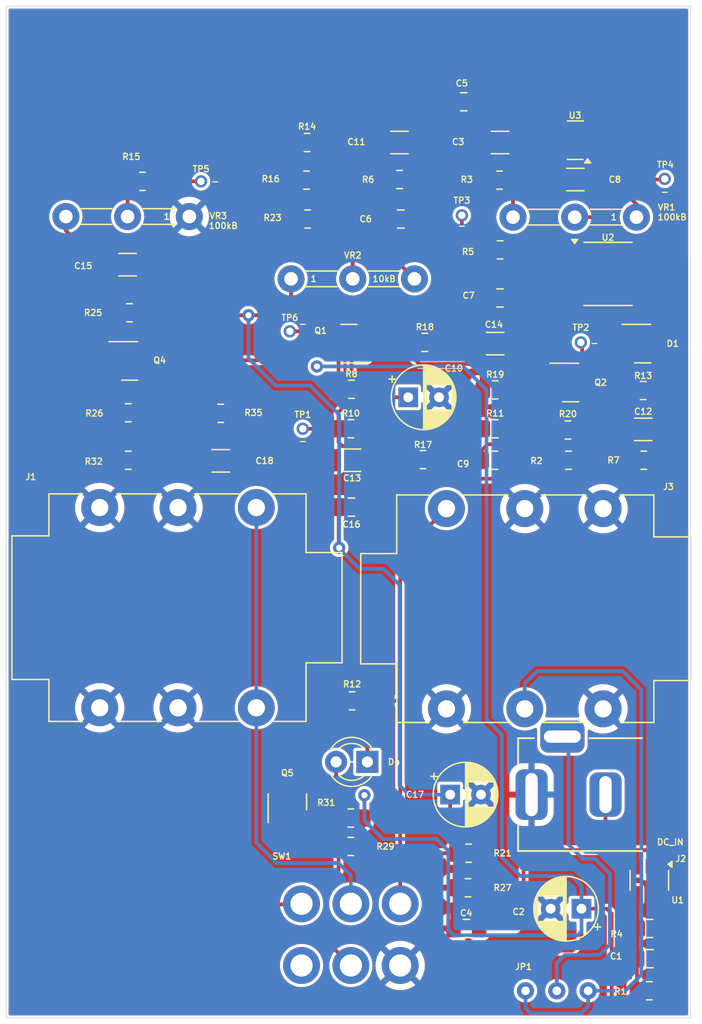
<source format=kicad_pcb>
(kicad_pcb (version 20240108) (generator "pcbnew") (generator_version "8.0")
  (layers (0 "F.Cu" signal) (31 "B.Cu" signal) (34 "B.Paste" user) (35 "F.Paste" user) (36 "B.SilkS" user "B.Silkscreen") (37 "F.SilkS" user "F.Silkscreen") (38 "B.Mask" user) (39 "F.Mask" user) (44 "Edge.Cuts" user))
  (net 0 "")
  (net 2 "Net-(U1-EN)")
  (net 3 "Net-(R15-Pad1)")
  (net 4 "Net-(VR2-Pad2)")
  (net 5 "Net-(C15-Pad2)")
  (net 6 "Net-(Q4-B)")
  (net 7 "Net-(C18-Pad1)")
  (net 8 "Net-(Q4-E)")
  (net 9 "Net-(U1-ADJ)")
  (net 10 "Net-(C10-Pad1)")
  (net 11 "Net-(Q1-B)")
  (net 12 "VCC")
  (net 13 "Net-(C13-Pad1)")
  (net 14 "VB")
  (net 15 "Net-(JP1-+)")
  (net 16 "Net-(JP1--)")
  (net 17 "BYPASS")
  (net 18 "Net-(SW1A-C)")
  (net 19 "Net-(SW1A-B)")
  (net 20 "Net-(D4-K)")
  (net 21 "Net-(D4-A)")
  (net 22 "Net-(Q5-B)")
  (net 23 "Net-(Q1-E)")
  (net 24 "GND")
  (net 25 "Net-(Q2-C)")
  (net 26 "Net-(Q2-E)")
  (net 27 "Net-(Q2-B)")
  (net 28 "Net-(C12-Pad2)")
  (net 29 "Net-(D1-K)")
  (net 30 "Net-(U2A--)")
  (net 31 "Net-(C7-Pad1)")
  (net 32 "Net-(U2A-+)")
  (net 33 "Net-(C3-Pad1)")
  (net 34 "Net-(R3-Pad2)")
  (net 35 "Net-(C8-Pad1)")
  (net 36 "Net-(C11-Pad2)")
  (net 37 "Net-(C6-Pad1)")
  (net 38 "Net-(C11-Pad1)")
  (net 39 "Net-(R16-Pad2)")
  (net 40 "Net-(R14-Pad1)")
  (footprint "Resistor_SMD:R_0805_2012Metric_Pad1.20x1.40mm_HandSolder" (layer "F.Cu") (at -0.05 24.8)
    (property "Reference" "R31")
    (property "Value" "3.3k")
  )
  (footprint "Connector_Audio:Jack_6.35mm_Neutrik_NMJ6HCD2_Horizontal" (layer "F.Cu") (at -7.715 15.865 180)
    (property "Reference" "J1")
    (property "Value" "OUTPUT")
  )
  (footprint "Capacitor_THT:CP_Radial_D5.0mm_P2.50mm" (layer "F.Cu") (at 8 22.9)
    (property "Reference" "C17")
    (property "Value" "100u")
  )
  (footprint "Connector_PinHeader_2.54mm:PinHeader_2x03_P2.54mm_Vertical" (layer "F.Cu") (at 3.95 31.75 -90)
    (property "Reference" "SW1")
    (property "Value" "SW2" (hide yes))
  )
  (footprint "myFoot:my_DC_Jack" (layer "F.Cu") (at 28.1 22.9 180)
    (property "Reference" "J2")
    (property "Value" "DC_IN")
  )
  (footprint "Resistor_SMD:R_0805_2012Metric_Pad1.20x1.40mm_HandSolder" (layer "F.Cu") (at 17.6 -4.2)
    (property "Reference" "R2")
    (property "Value" "10k")
  )
  (footprint "Capacitor_SMD:C_0805_2012Metric_Pad1.18x1.45mm_HandSolder" (layer "F.Cu") (at 9.1 -33.25)
    (property "Reference" "C5")
    (property "Value" "10n")
  )
  (footprint "Resistor_SMD:R_0805_2012Metric_Pad1.20x1.40mm_HandSolder" (layer "F.Cu") (at 5.8 -4.25)
    (property "Reference" "R17")
    (property "Value" "2.2M")
  )
  (footprint "myFoot:my_SmallestPad_0-6mmDrill" (layer "F.Cu") (at -3.95 -6.75)
    (property "Reference" "TP1")
    (property "Value" "-")
  )
  (footprint "Resistor_SMD:R_0805_2012Metric_Pad1.20x1.40mm_HandSolder" (layer "F.Cu") (at 24.2 33.75)
    (property "Reference" "R4")
    (property "Value" "38.3k")
  )
  (footprint "Capacitor_SMD:C_1206_3216Metric_Pad1.33x1.80mm_HandSolder" (layer "F.Cu") (at 0.05 -4.2)
    (property "Reference" "C13")
    (property "Value" "47n")
  )
  (footprint "Resistor_SMD:R_0805_2012Metric_Pad1.20x1.40mm_HandSolder" (layer "F.Cu") (at 12 -26.9)
    (property "Reference" "R3")
    (property "Value" "4.7k")
  )
  (footprint "Capacitor_THT:CP_Radial_D5.0mm_P2.50mm" (layer "F.Cu") (at 4.6 -9.3)
    (property "Reference" "C10")
    (property "Value" "4.7u")
  )
  (footprint "myFoot:SOT-23_mxr" (layer "F.Cu") (at 23.6125 -13.65)
    (property "Reference" "D1")
    (property "Value" "MMBD4148")
  )
  (footprint "Resistor_SMD:R_0805_2012Metric_Pad1.20x1.40mm_HandSolder" (layer "F.Cu") (at -0.05 27.1)
    (property "Reference" "R29")
    (property "Value" "1M")
  )
  (footprint "Capacitor_SMD:C_1206_3216Metric_Pad1.33x1.80mm_HandSolder" (layer "F.Cu") (at 18.15 -26.95)
    (property "Reference" "C8")
    (property "Value" "1u")
  )
  (footprint "Resistor_SMD:R_0805_2012Metric_Pad1.20x1.40mm_HandSolder" (layer "F.Cu") (at 12.05 -21.25)
    (property "Reference" "R5")
    (property "Value" "2.2k")
  )
  (footprint "Resistor_SMD:R_0805_2012Metric_Pad1.20x1.40mm_HandSolder" (layer "F.Cu") (at 5.95 -13.75)
    (property "Reference" "R18")
    (property "Value" "22k")
  )
  (footprint "myFoot:SOT-23_mxr" (layer "F.Cu") (at 17.7625 -10.5)
    (property "Reference" "Q2")
    (property "Value" "MMBT5089")
  )
  (footprint "Capacitor_SMD:C_1206_3216Metric_Pad1.33x1.80mm_HandSolder" (layer "F.Cu") (at -18.15 -20.05)
    (property "Reference" "C15")
    (property "Value" "47n")
  )
  (footprint "myFoot:my_pot_5mm" (layer "F.Cu") (at 0.1038 -18.9)
    (property "Reference" "VR2")
    (property "Value" "10kB")
  )
  (footprint "Resistor_SMD:R_0805_2012Metric_Pad1.20x1.40mm_HandSolder" (layer "F.Cu") (at -3.55 -23.75)
    (property "Reference" "R23")
    (property "Value" "6.8k")
  )
  (footprint "Capacitor_SMD:C_1206_3216Metric_Pad1.33x1.80mm_HandSolder" (layer "F.Cu") (at -10.6 -4.15)
    (property "Reference" "C18")
    (property "Value" "1u")
  )
  (footprint "Capacitor_SMD:C_0805_2012Metric_Pad1.18x1.45mm_HandSolder" (layer "F.Cu") (at 0 -0.4)
    (property "Reference" "C16")
    (property "Value" "100n")
  )
  (footprint "Capacitor_SMD:C_0805_2012Metric_Pad1.18x1.45mm_HandSolder" (layer "F.Cu") (at 9.3125 33.75)
    (property "Reference" "C4")
    (property "Value" "100n")
  )
  (footprint "Resistor_SMD:R_0805_2012Metric_Pad1.20x1.40mm_HandSolder" (layer "F.Cu") (at 11.65 -9.9)
    (property "Reference" "R19")
    (property "Value" "100k")
  )
  (footprint "Resistor_SMD:R_0805_2012Metric_Pad1.20x1.40mm_HandSolder" (layer "F.Cu") (at 9.5 27.65)
    (property "Reference" "R21")
    (property "Value" "10k")
  )
  (footprint "Resistor_SMD:R_0805_2012Metric_Pad1.20x1.40mm_HandSolder" (layer "F.Cu") (at -3.65 -26.9)
    (property "Reference" "R16")
    (property "Value" "0R")
  )
  (footprint "Resistor_SMD:R_0805_2012Metric_Pad1.20x1.40mm_HandSolder" (layer "F.Cu") (at 9.45 30.45)
    (property "Reference" "R27")
    (property "Value" "10k")
  )
  (footprint "Package_TO_SOT_SMD:SOT-143" (layer "F.Cu") (at 18.15 -30.1375 180)
    (property "Reference" "U3")
    (property "Value" "BAS28")
  )
  (footprint "Resistor_SMD:R_0805_2012Metric_Pad1.20x1.40mm_HandSolder" (layer "F.Cu") (at -0.05 -6.75)
    (property "Reference" "R10")
    (property "Value" "1.8M")
  )
  (footprint "Capacitor_SMD:C_0805_2012Metric_Pad1.18x1.45mm_HandSolder" (layer "F.Cu") (at 12.05 -17.35)
    (property "Reference" "C7")
    (property "Value" "270p")
  )
  (footprint "myFoot:SOT-23_mxr" (layer "F.Cu") (at -0.2125 -13.65 180)
    (property "Reference" "Q1")
    (property "Value" "MMBT3904")
  )
  (footprint "myFoot:my_conn" (layer "F.Cu") (at 16.65 38.8 -90)
    (property "Reference" "JP1")
    (property "Value" "Battery")
  )
  (footprint "Capacitor_THT:CP_Radial_D5.0mm_P2.50mm" (layer "F.Cu") (at 18.65 32.15 180)
    (property "Reference" "C2")
    (property "Value" "100u")
  )
  (footprint "myFoot:my_SmallestPad_0-6mmDrill" (layer "F.Cu") (at 18.6 -13.75)
    (property "Reference" "TP2")
    (property "Value" "-")
  )
  (footprint "myFoot:my_SmallestPad_0-6mmDrill" (layer "F.Cu") (at 8.95 -24.05)
    (property "Reference" "TP3")
    (property "Value" "-")
  )
  (footprint "LED_THT:LED_D3.0mm" (layer "F.Cu") (at 1.29 20.25 180)
    (property "Reference" "D4")
    (property "Value" "LED")
  )
  (footprint "Resistor_SMD:R_0805_2012Metric_Pad1.20x1.40mm_HandSolder" (layer "F.Cu") (at -3.6 -29.95)
    (property "Reference" "R14")
    (property "Value" "2.2k")
  )
  (footprint "myFoot:SOT-23_mxr" (layer "F.Cu") (at -5.2 23.4875 90)
    (property "Reference" "Q5")
    (property "Value" "MMBT5088")
  )
  (footprint "Capacitor_SMD:C_0805_2012Metric_Pad1.18x1.45mm_HandSolder" (layer "F.Cu") (at 24.2 36.2)
    (property "Reference" "C1")
    (property "Value" "15n")
  )
  (footprint "Resistor_SMD:R_0805_2012Metric_Pad1.20x1.40mm_HandSolder" (layer "F.Cu") (at -18.1 -8.05)
    (property "Reference" "R26")
    (property "Value" "10k")
  )
  (footprint "Resistor_SMD:R_0805_2012Metric_Pad1.20x1.40mm_HandSolder" (layer "F.Cu") (at 17.55 -6.65)
    (property "Reference" "R20")
    (property "Value" "22R")
  )
  (footprint "myFoot:my_pot_5mm" (layer "F.Cu") (at -18.1538 -23.95 180)
    (property "Reference" "VR3")
    (property "Value" "100kB")
  )
  (footprint "Resistor_SMD:R_0805_2012Metric_Pad1.20x1.40mm_HandSolder" (layer "F.Cu") (at 3.9 -26.95)
    (property "Reference" "R6")
    (property "Value" "6.8k")
  )
  (footprint "myFoot:my_SmallestPad_0-6mmDrill" (layer "F.Cu") (at 25.4 -27)
    (property "Reference" "TP4")
    (property "Value" "-")
  )
  (footprint "Connector_Audio:Jack_6.35mm_Neutrik_NMJ6HCD2_Horizontal" (layer "F.Cu") (at 7.7 -0.28)
    (property "Reference" "J3")
    (property "Value" "INPUT")
  )
  (footprint "Resistor_SMD:R_0805_2012Metric_Pad1.20x1.40mm_HandSolder" (layer "F.Cu") (at 0.05 15.3)
    (property "Reference" "R12")
    (property "Value" "10k")
  )
  (footprint "myFoot:my_pot_5mm" (layer "F.Cu") (at 18.1 -23.9 180)
    (property "Reference" "VR1")
    (property "Value" "100kB")
  )
  (footprint "Capacitor_SMD:C_1206_3216Metric_Pad1.33x1.80mm_HandSolder" (layer "F.Cu") (at 3.8875 -29.95)
    (property "Reference" "C11")
    (property "Value" "22n")
  )
  (footprint "Resistor_SMD:R_0805_2012Metric_Pad1.20x1.40mm_HandSolder" (layer "F.Cu") (at 24.15 38.8)
    (property "Reference" "R1")
    (property "Value" "240k")
  )
  (footprint "Capacitor_SMD:C_1206_3216Metric_Pad1.33x1.80mm_HandSolder" (layer "F.Cu") (at 12.05 -29.95)
    (property "Reference" "C3")
    (property "Value" "1u")
  )
  (footprint "Capacitor_SMD:C_0805_2012Metric_Pad1.18x1.45mm_HandSolder" (layer "F.Cu") (at 11.6 -4.2)
    (property "Reference" "C9")
    (property "Value" "270p")
  )
  (footprint "Resistor_SMD:R_0805_2012Metric_Pad1.20x1.40mm_HandSolder" (layer "F.Cu") (at -18 -16.15)
    (property "Reference" "R25")
    (property "Value" "1M")
  )
  (footprint "Resistor_SMD:R_0805_2012Metric_Pad1.20x1.40mm_HandSolder" (layer "F.Cu") (at 11.65 -6.75)
    (property "Reference" "R11")
    (property "Value" "470k")
  )
  (footprint "Resistor_SMD:R_0805_2012Metric_Pad1.20x1.40mm_HandSolder" (layer "F.Cu") (at 23.7 -4.2)
    (property "Reference" "R7")
    (property "Value" "100k")
  )
  (footprint "Capacitor_SMD:C_1206_3216Metric_Pad1.33x1.80mm_HandSolder" (layer "F.Cu") (at 11.65 -13.65)
    (property "Reference" "C14")
    (property "Value" "47n")
  )
  (footprint "Resistor_SMD:R_0805_2012Metric_Pad1.20x1.40mm_HandSolder" (layer "F.Cu") (at 0 -9.95)
    (property "Reference" "R8")
    (property "Value" "100k")
  )
  (footprint "myFoot:my_SmallestPad_0-6mmDrill" (layer "F.Cu") (at -5 -14.65)
    (property "Reference" "TP6")
    (property "Value" "-")
  )
  (footprint "myFoot:SOT-23_mxr" (layer "F.Cu") (at -17.9875 -12.25)
    (property "Reference" "Q4")
    (property "Value" "MMBT5089")
  )
  (footprint "Resistor_SMD:R_0805_2012Metric_Pad1.20x1.40mm_HandSolder" (layer "F.Cu") (at 23.65 -9.85)
    (property "Reference" "R13")
    (property "Value" "47k")
  )
  (footprint "Resistor_SMD:R_0805_2012Metric_Pad1.20x1.40mm_HandSolder" (layer "F.Cu") (at -16.95 -26.8)
    (property "Reference" "R15")
    (property "Value" "10k")
  )
  (footprint "Package_TO_SOT_SMD:SOT-23-5" (layer "F.Cu") (at 24.15 29.85 -90)
    (property "Reference" "U1")
    (property "Value" "SPX3819M5-L")
  )
  (footprint "Capacitor_SMD:C_1206_3216Metric_Pad1.33x1.80mm_HandSolder" (layer "F.Cu") (at 23.65 -6.7)
    (property "Reference" "C12")
    (property "Value" "47n")
  )
  (footprint "Resistor_SMD:R_0805_2012Metric_Pad1.20x1.40mm_HandSolder" (layer "F.Cu") (at -10.6 -8)
    (property "Reference" "R35")
    (property "Value" "100k")
  )
  (footprint "Capacitor_SMD:C_0805_2012Metric_Pad1.18x1.45mm_HandSolder" (layer "F.Cu") (at 4 -23.75)
    (property "Reference" "C6")
    (property "Value" "100n")
  )
  (footprint "Package_SO:SO-8_3.9x4.9mm_P1.27mm" (layer "F.Cu") (at 20.8 -19.3)
    (property "Reference" "U2")
    (property "Value" "TLC2262C")
  )
  (footprint "myFoot:my_SmallestPad_0-6mmDrill" (layer "F.Cu") (at -12.2 -26.8)
    (property "Reference" "TP5")
    (property "Value" "-")
  )
  (footprint "Resistor_SMD:R_0805_2012Metric_Pad1.20x1.40mm_HandSolder" (layer "F.Cu") (at -18.1 -4.2)
    (property "Reference" "R32")
    (property "Value" "1k")
  )
  (gr_rect (start -28 -41) (end 27.5 41) (stroke (width 0.05)) (fill none) (layer "Edge.Cuts"))
  (segment (start 21.15 27.4) (end 23.25 27.4) (width 0.3) (layer "F.Cu") (net 2))
  (segment (start 20.05 27.4) (end 20.6 26.85) (width 0.3) (layer "F.Cu") (net 2))
  (segment (start 20.6 26.85) (end 21.15 27.4) (width 0.3) (layer "F.Cu") (net 2))
  (segment (start 24.6 27.4) (end 25.1 27.9) (width 0.3) (layer "F.Cu") (net 2))
  (segment (start 13.95 33.1) (end 13.95 27.9) (width 0.3) (layer "F.Cu") (net 2))
  (segment (start 23.2 27.45) (end 23.25 27.4) (width 0.3) (layer "F.Cu") (net 2))
  (segment (start 23.2 28.7125) (end 23.2 27.45) (width 0.3) (layer "F.Cu") (net 2))
  (segment (start 23.25 27.4) (end 24.6 27.4) (width 0.3) (layer "F.Cu") (net 2))
  (segment (start 13.3 33.75) (end 13.95 33.1) (width 0.3) (layer "F.Cu") (net 2))
  (segment (start 20.6 22.9) (end 20.6 26.85) (width 0.3) (layer "F.Cu") (net 2))
  (segment (start 14.45 27.4) (end 20.05 27.4) (width 0.3) (layer "F.Cu") (net 2))
  (segment (start 13.95 27.9) (end 14.45 27.4) (width 0.3) (layer "F.Cu") (net 2))
  (segment (start 25.1 27.9) (end 25.1 28.7125) (width 0.3) (layer "F.Cu") (net 2))
  (segment (start 10.35 33.75) (end 13.3 33.75) (width 0.3) (layer "F.Cu") (net 2))
  (segment (start -18.1538 -26.5962) (end -17.95 -26.8) (width 0.3) (layer "F.Cu") (net 3))
  (segment (start -18.1538 -23.95) (end -18.1538 -26.5962) (width 0.3) (layer "F.Cu") (net 3))
  (segment (start 0.1038 -20.2462) (end -0.9 -21.25) (width 0.3) (layer "F.Cu") (net 4))
  (segment (start -10.6 -20.8) (end -10.6 -18.5) (width 0.3) (layer "F.Cu") (net 4))
  (segment (start -10.6 -18.5) (end -11.25 -17.85) (width 0.3) (layer "F.Cu") (net 4))
  (segment (start -17.35 -17.85) (end -18 -18.5) (width 0.3) (layer "F.Cu") (net 4))
  (segment (start -18 -21.35) (end -18.75 -22.1) (width 0.3) (layer "F.Cu") (net 4))
  (segment (start -0.9 -21.25) (end -10.15 -21.25) (width 0.3) (layer "F.Cu") (net 4))
  (segment (start 0.1038 -18.9) (end 0.1038 -20.2462) (width 0.3) (layer "F.Cu") (net 4))
  (segment (start -22.45 -22.1) (end -23.1576 -22.8076) (width 0.3) (layer "F.Cu") (net 4))
  (segment (start -10.15 -21.25) (end -10.6 -20.8) (width 0.3) (layer "F.Cu") (net 4))
  (segment (start -18 -18.5) (end -18 -21.35) (width 0.3) (layer "F.Cu") (net 4))
  (segment (start -18.75 -22.1) (end -22.45 -22.1) (width 0.3) (layer "F.Cu") (net 4))
  (segment (start -11.25 -17.85) (end -17.35 -17.85) (width 0.3) (layer "F.Cu") (net 4))
  (segment (start -23.1576 -22.8076) (end -23.1576 -23.95) (width 0.3) (layer "F.Cu") (net 4))
  (segment (start -15.95 -26.1) (end -16 -26.05) (width 0.3) (layer "F.Cu") (net 5))
  (segment (start -16.5875 -21.8125) (end -16.5875 -20.05) (width 0.3) (layer "F.Cu") (net 5))
  (segment (start -15.95 -26.8) (end -12.2 -26.8) (width 0.3) (layer "F.Cu") (net 5))
  (segment (start -15.95 -26.8) (end -15.95 -26.1) (width 0.3) (layer "F.Cu") (net 5))
  (segment (start -16 -22.4) (end -16.5875 -21.8125) (width 0.3) (layer "F.Cu") (net 5))
  (segment (start -16 -26.05) (end -16 -22.4) (width 0.3) (layer "F.Cu") (net 5))
  (segment (start -19 -17.6) (end -19 -16.15) (width 0.3) (layer "F.Cu") (net 6))
  (segment (start -19.125 -15.075) (end -19.125 -13.2) (width 0.3) (layer "F.Cu") (net 6))
  (segment (start -19.05 -15.15) (end -19.125 -15.075) (width 0.3) (layer "F.Cu") (net 6))
  (segment (start -19 -16.15) (end -19 -15.45) (width 0.3) (layer "F.Cu") (net 6))
  (segment (start -19.7125 -18.3125) (end -19 -17.6) (width 0.3) (layer "F.Cu") (net 6))
  (segment (start -19 -15.45) (end -19.05 -15.4) (width 0.3) (layer "F.Cu") (net 6))
  (segment (start -19.05 -15.4) (end -19.05 -15.15) (width 0.3) (layer "F.Cu") (net 6))
  (segment (start -19.7125 -20.05) (end -19.7125 -18.3125) (width 0.3) (layer "F.Cu") (net 6))
  (segment (start -17.1 -4.2) (end -12.2125 -4.2) (width 0.3) (layer "F.Cu") (net 7))
  (segment (start -12.2125 -4.2) (end -12.1625 -4.15) (width 0.3) (layer "F.Cu") (net 7))
  (segment (start -19.1 -8.05) (end -19.1 -4.2) (width 0.3) (layer "F.Cu") (net 8))
  (segment (start -19.125 -11.3) (end -19.125 -8.075) (width 0.3) (layer "F.Cu") (net 8))
  (segment (start -19.125 -8.075) (end -19.1 -8.05) (width 0.3) (layer "F.Cu") (net 8))
  (segment (start 23.15 36.2125) (end 23.1625 36.2) (width 0.3) (layer "F.Cu") (net 9))
  (segment (start 23.2 33.75) (end 23.2 36.1625) (width 0.3) (layer "F.Cu") (net 9))
  (segment (start 23.2 30.9875) (end 23.2 33.75) (width 0.3) (layer "F.Cu") (net 9))
  (segment (start 23.2 36.1625) (end 23.1625 36.2) (width 0.3) (layer "F.Cu") (net 9))
  (segment (start 23.15 38.8) (end 23.15 36.2125) (width 0.3) (layer "F.Cu") (net 9))
  (segment (start 1 -9.95) (end 2.4 -9.95) (width 0.3) (layer "F.Cu") (net 10))
  (segment (start 0.95 -9.9) (end 1 -9.95) (width 0.3) (layer "F.Cu") (net 10))
  (segment (start 0.95 -6.75) (end 0.95 -9.9) (width 0.3) (layer "F.Cu") (net 10))
  (segment (start 2.4 -9.95) (end 3.05 -9.3) (width 0.3) (layer "F.Cu") (net 10))
  (segment (start 3.05 -9.3) (end 4.6 -9.3) (width 0.3) (layer "F.Cu") (net 10))
  (segment (start 1.35 -5.35) (end 1.6125 -5.0875) (width 0.3) (layer "F.Cu") (net 11))
  (segment (start 1.6625 -4.25) (end 1.6125 -4.2) (width 0.3) (layer "F.Cu") (net 11))
  (segment (start -3.95 -6.75) (end -1.05 -6.75) (width 0.3) (layer "F.Cu") (net 11))
  (segment (start 0.925 -12.7) (end 0.45 -12.7) (width 0.3) (layer "F.Cu") (net 11))
  (segment (start 0 -12.25) (end 0 -9.15) (width 0.3) (layer "F.Cu") (net 11))
  (segment (start -1.05 -6.75) (end -1.05 -5.65) (width 0.3) (layer "F.Cu") (net 11))
  (segment (start -1.05 -5.65) (end -0.75 -5.35) (width 0.3) (layer "F.Cu") (net 11))
  (segment (start -0.75 -5.35) (end 1.35 -5.35) (width 0.3) (layer "F.Cu") (net 11))
  (segment (start -1.05 -8.1) (end -1.05 -6.75) (width 0.3) (layer "F.Cu") (net 11))
  (segment (start 4.8 -4.25) (end 1.6625 -4.25) (width 0.3) (layer "F.Cu") (net 11))
  (segment (start 0 -9.15) (end -1.05 -8.1) (width 0.3) (layer "F.Cu") (net 11))
  (segment (start 0.45 -12.7) (end 0 -12.25) (width 0.3) (layer "F.Cu") (net 11))
  (segment (start 1.6125 -5.0875) (end 1.6125 -4.2) (width 0.3) (layer "F.Cu") (net 11))
  (segment (start 25.75 2.05) (end 26.6 2.9) (width 0.3) (layer "F.Cu") (net 12))
  (segment (start 1.05 22.95) (end 1.05 24.7) (width 0.3) (layer "F.Cu") (net 12))
  (segment (start 25.9 31.15) (end 25.7375 30.9875) (width 0.3) (layer "F.Cu") (net 12))
  (segment (start -1.05 -13.15) (end -1.05 -11.8) (width 0.3) (layer "F.Cu") (net 12))
  (segment (start 26.4 36.2) (end 26.6 36) (width 0.3) (layer "F.Cu") (net 12))
  (segment (start -16.15 -12.3) (end -16.2 -12.25) (width 0.3) (layer "F.Cu") (net 12))
  (segment (start 6.4 34.8) (end 7.15 35.55) (width 0.3) (layer "F.Cu") (net 12))
  (segment (start 25.2375 36.2) (end 26.4 36.2) (width 0.3) (layer "F.Cu") (net 12))
  (segment (start 26.9 -20.2) (end 25.895 -21.205) (width 0.3) (layer "F.Cu") (net 12))
  (segment (start 26.6 36) (end 26.6 31.85) (width 0.3) (layer "F.Cu") (net 12))
  (segment (start 25.7375 30.9875) (end 25.1 30.9875) (width 0.3) (layer "F.Cu") (net 12))
  (segment (start 18.55 2.05) (end 25.75 2.05) (width 0.3) (layer "F.Cu") (net 12))
  (segment (start -1.05 -11.8) (end -2.8 -11.8) (width 0.3) (layer "F.Cu") (net 12))
  (segment (start -4.75 -12.3) (end -16.15 -12.3) (width 0.3) (layer "F.Cu") (net 12))
  (segment (start 7.05 27.65) (end 6.4 28.3) (width 0.3) (layer "F.Cu") (net 12))
  (segment (start 17.9 35.55) (end 18.65 34.8) (width 0.3) (layer "F.Cu") (net 12))
  (segment (start -1.15 -13.65) (end -1.15 -13.25) (width 0.3) (layer "F.Cu") (net 12))
  (segment (start -16.2 -12.25) (end -17.05 -12.25) (width 0.3) (layer "F.Cu") (net 12))
  (segment (start -1.15 -13.65) (end -3.4 -13.65) (width 0.3) (layer "F.Cu") (net 12))
  (segment (start 7.15 35.55) (end 17.9 35.55) (width 0.3) (layer "F.Cu") (net 12))
  (segment (start 1.05 24.7) (end 0.95 24.8) (width 0.3) (layer "F.Cu") (net 12))
  (segment (start -1.05 -11.8) (end -1.05 -10.75) (width 0.3) (layer "F.Cu") (net 12))
  (segment (start -3.4 -13.65) (end -4.75 -12.3) (width 0.3) (layer "F.Cu") (net 12))
  (segment (start 8.5 27.65) (end 7.05 27.65) (width 0.3) (layer "F.Cu") (net 12))
  (segment (start 26.6 2.9) (end 26.6 30.45) (width 0.3) (layer "F.Cu") (net 12))
  (segment (start 17.7 -2) (end 17.7 1.2) (width 0.3) (layer "F.Cu") (net 12))
  (segment (start 0.95 27.1) (end 0.95 24.8) (width 0.3) (layer "F.Cu") (net 12))
  (segment (start 17.7 1.2) (end 18.55 2.05) (width 0.3) (layer "F.Cu") (net 12))
  (segment (start 18.65 34.8) (end 18.65 32.15) (width 0.3) (layer "F.Cu") (net 12))
  (segment (start 6.4 28.3) (end 6.4 34.8) (width 0.3) (layer "F.Cu") (net 12))
  (segment (start -1.15 -13.25) (end -1.05 -13.15) (width 0.3) (layer "F.Cu") (net 12))
  (segment (start 26.6 31.85) (end 25.9 31.15) (width 0.3) (layer "F.Cu") (net 12))
  (segment (start 18.6 -2.9) (end 17.7 -2) (width 0.3) (layer "F.Cu") (net 12))
  (segment (start 25.895 -21.205) (end 23.375 -21.205) (width 0.3) (layer "F.Cu") (net 12))
  (segment (start 25.75 2.05) (end 26.9 0.9) (width 0.3) (layer "F.Cu") (net 12))
  (segment (start 25.15 39.65) (end 24.8 40) (width 0.3) (layer "F.Cu") (net 12))
  (segment (start 20.7 32.15) (end 18.65 32.15) (width 0.3) (layer "F.Cu") (net 12))
  (segment (start 21.1 39.45) (end 21.1 32.55) (width 0.3) (layer "F.Cu") (net 12))
  (segment (start 25.2375 36.2) (end 25.2375 38.7125) (width 0.3) (layer "F.Cu") (net 12))
  (segment (start 26.6 30.45) (end 25.9 31.15) (width 0.3) (layer "F.Cu") (net 12))
  (segment (start -1.05 -10.75) (end -1 -10.7) (width 0.3) (layer "F.Cu") (net 12))
  (segment (start 24.8 40) (end 21.65 40) (width 0.3) (layer "F.Cu") (net 12))
  (segment (start 21.1 32.55) (end 20.7 32.15) (width 0.3) (layer "F.Cu") (net 12))
  (segment (start -1 -10.7) (end -1 -9.95) (width 0.3) (layer "F.Cu") (net 12))
  (segment (start 25.15 38.8) (end 25.15 39.65) (width 0.3) (layer "F.Cu") (net 12))
  (segment (start 18.6 -4.2) (end 18.6 -2.9) (width 0.3) (layer "F.Cu") (net 12))
  (segment (start 26.9 0.9) (end 26.9 -20.2) (width 0.3) (layer "F.Cu") (net 12))
  (segment (start 21.65 40) (end 21.1 39.45) (width 0.3) (layer "F.Cu") (net 12))
  (segment (start 25.2375 38.7125) (end 25.15 38.8) (width 0.3) (layer "F.Cu") (net 12))
  (via (at -2.8 -11.8) (size 1) (drill 0.5) (layers "F.Cu" "B.Cu") (net 12))
  (via (at 1.05 22.95) (size 1) (drill 0.5) (layers "F.Cu" "B.Cu") (net 12))
  (segment (start 13.7 29.5) (end 17.85 29.5) (width 0.3) (layer "B.Cu") (net 12))
  (segment (start 2.55 26.5) (end 1.5 25.45) (width 0.3) (layer "B.Cu") (net 12))
  (segment (start 18.65 32.15) (end 18.65 34) (width 0.3) (layer "B.Cu") (net 12))
  (segment (start 8.3 34.3) (end 7.85 33.85) (width 0.3) (layer "B.Cu") (net 12))
  (segment (start 6.9 26.5) (end 3.55 26.5) (width 0.3) (layer "B.Cu") (net 12))
  (segment (start 7.15 26.75) (end 6.9 26.5) (width 0.3) (layer "B.Cu") (net 12))
  (segment (start 1.05 25) (end 1.05 22.95) (width 0.3) (layer "B.Cu") (net 12))
  (segment (start 10.95 16.8) (end 12.2 18.05) (width 0.3) (layer "B.Cu") (net 12))
  (segment (start 12.2 18.05) (end 12.2 28) (width 0.3) (layer "B.Cu") (net 12))
  (segment (start 9.05 -11.8) (end 10.95 -9.9) (width 0.3) (layer "B.Cu") (net 12))
  (segment (start 18.35 34.3) (end 8.3 34.3) (width 0.3) (layer "B.Cu") (net 12))
  (segment (start 12.2 28) (end 13.7 29.5) (width 0.3) (layer "B.Cu") (net 12))
  (segment (start -2.8 -11.8) (end 9.05 -11.8) (width 0.3) (layer "B.Cu") (net 12))
  (segment (start 7.85 33.85) (end 7.85 27.45) (width 0.3) (layer "B.Cu") (net 12))
  (segment (start 1.5 25.45) (end 1.05 25) (width 0.3) (layer "B.Cu") (net 12))
  (segment (start 10.95 -9.9) (end 10.95 16.8) (width 0.3) (layer "B.Cu") (net 12))
  (segment (start 18.65 34) (end 18.35 34.3) (width 0.3) (layer "B.Cu") (net 12))
  (segment (start 3.55 26.5) (end 2.55 26.5) (width 0.3) (layer "B.Cu") (net 12))
  (segment (start 17.85 29.5) (end 18.65 30.3) (width 0.3) (layer "B.Cu") (net 12))
  (segment (start 18.65 30.3) (end 18.65 32.15) (width 0.3) (layer "B.Cu") (net 12))
  (segment (start 7.85 27.45) (end 7.15 26.75) (width 0.3) (layer "B.Cu") (net 12))
  (segment (start -1.5125 -4.2) (end -3.2 -4.2) (width 0.3) (layer "F.Cu") (net 13))
  (segment (start -3.8 -3.6) (end -3.8 12.1) (width 0.3) (layer "F.Cu") (net 13))
  (segment (start -3 12.9) (end -1.45 12.9) (width 0.3) (layer "F.Cu") (net 13))
  (segment (start -1.45 12.9) (end -0.95 13.4) (width 0.3) (layer "F.Cu") (net 13))
  (segment (start -0.95 13.4) (end -0.95 15.3) (width 0.3) (layer "F.Cu") (net 13))
  (segment (start -3.2 -4.2) (end -3.8 -3.6) (width 0.3) (layer "F.Cu") (net 13))
  (segment (start -3.8 12.1) (end -3 12.9) (width 0.3) (layer "F.Cu") (net 13))
  (segment (start -1 2.9) (end -1.0375 2.8625) (width 0.3) (layer "F.Cu") (net 14))
  (segment (start -1.0375 2.8625) (end -1.0375 -0.4) (width 0.3) (layer "F.Cu") (net 14))
  (segment (start 22.35 -8.05) (end 21.4 -8.05) (width 0.3) (layer "F.Cu") (net 14))
  (segment (start 8 24.95) (end 8 22.9) (width 0.3) (layer "F.Cu") (net 14))
  (segment (start 20.95 -8.5) (end 20.95 -9.5) (width 0.3) (layer "F.Cu") (net 14))
  (segment (start -15.25 -15.95) (end -8.35 -15.95) (width 0.3) (layer "F.Cu") (net 14))
  (segment (start 2.25 -15.8) (end 2.1 -15.95) (width 0.3) (layer "F.Cu") (net 14))
  (segment (start 9.85 25.4) (end 8.45 25.4) (width 0.3) (layer "F.Cu") (net 14))
  (segment (start 20.95 -9.5) (end 20.95 -11.3) (width 0.3) (layer "F.Cu") (net 14))
  (segment (start 21.2 -8.25) (end 20.95 -8.5) (width 0.3) (layer "F.Cu") (net 14))
  (segment (start 20 -14.65) (end 19.4 -15.25) (width 0.3) (layer "F.Cu") (net 14))
  (segment (start 2.1 -15.95) (end 0.85 -15.95) (width 0.3) (layer "F.Cu") (net 14))
  (segment (start 9.25 -15.6) (end 2.45 -15.6) (width 0.3) (layer "F.Cu") (net 14))
  (segment (start 20 -12.25) (end 20 -14) (width 0.3) (layer "F.Cu") (net 14))
  (segment (start 19.4 -15.25) (end 19.05 -15.6) (width 0.3) (layer "F.Cu") (net 14))
  (segment (start 20.95 -11.3) (end 20.35 -11.9) (width 0.3) (layer "F.Cu") (net 14))
  (segment (start 19.05 -15.6) (end 16.7 -15.6) (width 0.3) (layer "F.Cu") (net 14))
  (segment (start -15.45 -16.15) (end -15.25 -15.95) (width 0.3) (layer "F.Cu") (net 14))
  (segment (start 16.7 -15.6) (end 9.25 -15.6) (width 0.3) (layer "F.Cu") (net 14))
  (segment (start 23.35 -5.4) (end 23.35 -7.1) (width 0.3) (layer "F.Cu") (net 14))
  (segment (start 20 -14) (end 20 -14.65) (width 0.3) (layer "F.Cu") (net 14))
  (segment (start 0.85 -15.95) (end -7.1 -15.95) (width 0.3) (layer "F.Cu") (net 14))
  (segment (start 22.7 -4.2) (end 22.7 -4.75) (width 0.3) (layer "F.Cu") (net 14))
  (segment (start 23.35 -7.85) (end 23.2 -8) (width 0.3) (layer "F.Cu") (net 14))
  (segment (start 20.35 -11.9) (end 20 -12.25) (width 0.3) (layer "F.Cu") (net 14))
  (segment (start 23.2 -8) (end 23.15 -8.05) (width 0.3) (layer "F.Cu") (net 14))
  (segment (start 21.4 -8.05) (end 21.2 -8.25) (width 0.3) (layer "F.Cu") (net 14))
  (segment (start 23.15 -5.2) (end 23.35 -5.4) (width 0.3) (layer "F.Cu") (net 14))
  (segment (start 10.5 30.4) (end 10.45 30.45) (width 0.3) (layer "F.Cu") (net 14))
  (segment (start 2.45 -15.6) (end 2.25 -15.8) (width 0.3) (layer "F.Cu") (net 14))
  (segment (start 8.45 25.4) (end 8 24.95) (width 0.3) (layer "F.Cu") (net 14))
  (segment (start 23.15 -8.05) (end 22.35 -8.05) (width 0.3) (layer "F.Cu") (net 14))
  (segment (start 23.35 -7.1) (end 23.35 -7.85) (width 0.3) (layer "F.Cu") (net 14))
  (segment (start 22.7 -4.75) (end 23.15 -5.2) (width 0.3) (layer "F.Cu") (net 14))
  (segment (start 10.5 26.05) (end 9.85 25.4) (width 0.3) (layer "F.Cu") (net 14))
  (segment (start 10.5 27.65) (end 10.5 26.05) (width 0.3) (layer "F.Cu") (net 14))
  (segment (start 10.5 27.65) (end 10.5 30.4) (width 0.3) (layer "F.Cu") (net 14))
  (segment (start -7.1 -15.95) (end -8.35 -15.95) (width 0.3) (layer "F.Cu") (net 14))
  (segment (start -17 -16.15) (end -15.45 -16.15) (width 0.3) (layer "F.Cu") (net 14))
  (via (at -8.35 -15.95) (size 1) (drill 0.5) (layers "F.Cu" "B.Cu") (net 14))
  (via (at -1 2.9) (size 1) (drill 0.5) (layers "F.Cu" "B.Cu") (net 14))
  (segment (start 8 22.9) (end 4.65 22.9) (width 0.3) (layer "B.Cu") (net 14))
  (segment (start -3.35 -10.25) (end -2.75 -9.65) (width 0.3) (layer "B.Cu") (net 14))
  (segment (start -6.15 -10.25) (end -4.7 -10.25) (width 0.3) (layer "B.Cu") (net 14))
  (segment (start -1 -7.9) (end -1 -4.45) (width 0.3) (layer "B.Cu") (net 14))
  (segment (start -8.35 -15.95) (end -8.35 -12.45) (width 0.3) (layer "B.Cu") (net 14))
  (segment (start -1 -4.45) (end -1 2.9) (width 0.3) (layer "B.Cu") (net 14))
  (segment (start 3.9 22.15) (end 3.9 5.9) (width 0.3) (layer "B.Cu") (net 14))
  (segment (start -2.75 -9.65) (end -1 -7.9) (width 0.3) (layer "B.Cu") (net 14))
  (segment (start -1 2.95) (end -1 2.9) (width 0.3) (layer "B.Cu") (net 14))
  (segment (start -4.7 -10.25) (end -3.35 -10.25) (width 0.3) (layer "B.Cu") (net 14))
  (segment (start 4.65 22.9) (end 3.9 22.15) (width 0.3) (layer "B.Cu") (net 14))
  (segment (start -6.65 -10.75) (end -6.15 -10.25) (width 0.3) (layer "B.Cu") (net 14))
  (segment (start 3.9 5.9) (end 2.6 4.6) (width 0.3) (layer "B.Cu") (net 14))
  (segment (start 2.6 4.6) (end 0.65 4.6) (width 0.3) (layer "B.Cu") (net 14))
  (segment (start -8.35 -12.45) (end -6.65 -10.75) (width 0.3) (layer "B.Cu") (net 14))
  (segment (start 0.65 4.6) (end -1 2.95) (width 0.3) (layer "B.Cu") (net 14))
  (segment (start 20.1 35.9) (end 17.3 35.9) (width 0.3) (layer "B.Cu") (net 15))
  (segment (start 17.6 18.7) (end 17.6 26.95) (width 0.3) (layer "B.Cu") (net 15))
  (segment (start 17.3 35.9) (end 16.65 36.55) (width 0.3) (layer "B.Cu") (net 15))
  (segment (start 20.95 29.3) (end 20.95 35.05) (width 0.3) (layer "B.Cu") (net 15))
  (segment (start 20.95 35.05) (end 20.1 35.9) (width 0.3) (layer "B.Cu") (net 15))
  (segment (start 17.6 26.95) (end 18.75 28.1) (width 0.3) (layer "B.Cu") (net 15))
  (segment (start 16.65 36.55) (end 16.65 38.8) (width 0.3) (layer "B.Cu") (net 15))
  (segment (start 19.75 28.1) (end 20.95 29.3) (width 0.3) (layer "B.Cu") (net 15))
  (segment (start 17.1 18.2) (end 17.6 18.7) (width 0.3) (layer "B.Cu") (net 15))
  (segment (start 18.75 28.1) (end 19.75 28.1) (width 0.3) (layer "B.Cu") (net 15))
  (segment (start 22.2 38.8) (end 23.5 37.5) (width 0.3) (layer "B.Cu") (net 16))
  (segment (start 18.65 40.6) (end 19.19 40.06) (width 0.3) (layer "B.Cu") (net 16))
  (segment (start 19.19 38.8) (end 22.2 38.8) (width 0.3) (layer "B.Cu") (net 16))
  (segment (start 14.11 40.21) (end 14.5 40.6) (width 0.3) (layer "B.Cu") (net 16))
  (segment (start 19.19 40.06) (end 19.19 38.8) (width 0.3) (layer "B.Cu") (net 16))
  (segment (start 14.5 40.6) (end 18.65 40.6) (width 0.3) (layer "B.Cu") (net 16))
  (segment (start 23.5 37.5) (end 23.5 14.4) (width 0.3) (layer "B.Cu") (net 16))
  (segment (start 22 12.9) (end 15.05 12.9) (width 0.3) (layer "B.Cu") (net 16))
  (segment (start 14.11 38.8) (end 14.11 40.21) (width 0.3) (layer "B.Cu") (net 16))
  (segment (start 14.05 15.95) (end 14.05 13.9) (width 0.3) (layer "B.Cu") (net 16))
  (segment (start 14.05 13.9) (end 15.05 12.9) (width 0.3) (layer "B.Cu") (net 16))
  (segment (start 23.5 14.4) (end 22 12.9) (width 0.3) (layer "B.Cu") (net 16))
  (segment (start 7.7 -0.28) (end 3.95 3.47) (width 0.3) (layer "F.Cu") (net 17))
  (segment (start 3.9 15.3) (end 3.95 15.25) (width 0.3) (layer "F.Cu") (net 17))
  (segment (start 3.95 3.47) (end 3.95 15.25) (width 0.3) (layer "F.Cu") (net 17))
  (segment (start 3.95 15.25) (end 3.95 31.75) (width 0.3) (layer "F.Cu") (net 17))
  (segment (start 1.05 15.3) (end 3.9 15.3) (width 0.3) (layer "F.Cu") (net 17))
  (segment (start -9.0375 -4.15) (end -9.0375 -2.8625) (width 0.3) (layer "F.Cu") (net 18))
  (segment (start -9.0375 -2.8625) (end -10.7 -1.2) (width 0.3) (layer "F.Cu") (net 18))
  (segment (start -9.6 -8) (end -9.6 -6.5) (width 0.3) (layer "F.Cu") (net 18))
  (segment (start -10.7 -1.2) (end -10.7 29.35) (width 0.3) (layer "F.Cu") (net 18))
  (segment (start -9.6 -6.5) (end -9.0375 -5.9375) (width 0.3) (layer "F.Cu") (net 18))
  (segment (start -10.7 29.35) (end -8.25 31.8) (width 0.3) (layer "F.Cu") (net 18))
  (segment (start -4.1 31.8) (end -4.05 31.75) (width 0.3) (layer "F.Cu") (net 18))
  (segment (start -9.0375 -5.9375) (end -9.0375 -4.15) (width 0.3) (layer "F.Cu") (net 18))
  (segment (start -8.25 31.8) (end -4.1 31.8) (width 0.3) (layer "F.Cu") (net 18))
  (segment (start -6.05 28.45) (end -7.715 26.785) (width 0.3) (layer "B.Cu") (net 19))
  (segment (start -0.05 29.45) (end -1.05 28.45) (width 0.3) (layer "B.Cu") (net 19))
  (segment (start -1.05 28.45) (end -6.05 28.45) (width 0.3) (layer "B.Cu") (net 19))
  (segment (start -7.715 26.785) (end -7.715 15.865) (width 0.3) (layer "B.Cu") (net 19))
  (segment (start -0.05 31.75) (end -0.05 29.45) (width 0.3) (layer "B.Cu") (net 19))
  (segment (start -7.715 -0.365) (end -7.715 15.865) (width 0.3) (layer "B.Cu") (net 19))
  (segment (start 1.29 18.89) (end 1.29 20.25) (width 0.3) (layer "F.Cu") (net 20))
  (segment (start -4.4 18.25) (end 0.65 18.25) (width 0.3) (layer "F.Cu") (net 20))
  (segment (start -5.2 19.05) (end -4.4 18.25) (width 0.3) (layer "F.Cu") (net 20))
  (segment (start 0.65 18.25) (end 1.29 18.89) (width 0.3) (layer "F.Cu") (net 20))
  (segment (start -5.2 22.55) (end -5.2 19.05) (width 0.3) (layer "F.Cu") (net 20))
  (segment (start -1.25 24.6) (end -1.05 24.8) (width 0.3) (layer "F.Cu") (net 21))
  (segment (start -1.25 20.25) (end -1.25 24.6) (width 0.3) (layer "F.Cu") (net 21))
  (segment (start -2.05 34.75) (end -0.05 36.75) (width 0.3) (layer "F.Cu") (net 22))
  (segment (start -1.05 29.1) (end -2.05 30.1) (width 0.3) (layer "F.Cu") (net 22))
  (segment (start -5.35 27.1) (end -1.05 27.1) (width 0.3) (layer "F.Cu") (net 22))
  (segment (start -6.15 24.625) (end -6.15 26.3) (width 0.3) (layer "F.Cu") (net 22))
  (segment (start -2.05 30.1) (end -2.05 34.75) (width 0.3) (layer "F.Cu") (net 22))
  (segment (start -6.15 26.3) (end -5.35 27.1) (width 0.3) (layer "F.Cu") (net 22))
  (segment (start -1.05 27.1) (end -1.05 29.1) (width 0.3) (layer "F.Cu") (net 22))
  (segment (start 10.0875 -12.5375) (end 10.0875 -13.65) (width 0.3) (layer "F.Cu") (net 23))
  (segment (start -5 -14.65) (end 0.875 -14.65) (width 0.3) (layer "F.Cu") (net 23))
  (segment (start 2.85 -14.6) (end 3.7 -13.75) (width 0.3) (layer "F.Cu") (net 23))
  (segment (start 5.5 -12) (end 9.55 -12) (width 0.3) (layer "F.Cu") (net 23))
  (segment (start 4.95 -13.75) (end 4.95 -12.55) (width 0.3) (layer "F.Cu") (net 23))
  (segment (start 0.925 -14.6) (end 2.85 -14.6) (width 0.3) (layer "F.Cu") (net 23))
  (segment (start 4.95 -12.55) (end 5.5 -12) (width 0.3) (layer "F.Cu") (net 23))
  (segment (start 3.7 -13.75) (end 4.95 -13.75) (width 0.3) (layer "F.Cu") (net 23))
  (segment (start 9.55 -12) (end 10.0875 -12.5375) (width 0.3) (layer "F.Cu") (net 23))
  (segment (start 0.875 -14.65) (end 0.925 -14.6) (width 0.3) (layer "F.Cu") (net 23))
  (segment (start 18.7 -10.5) (end 18.7 -13.65) (width 0.3) (layer "F.Cu") (net 25))
  (segment (start 20.45 -6.3) (end 20.85 -6.7) (width 0.3) (layer "F.Cu") (net 25))
  (segment (start 9.4 -2.7) (end 12.45 -2.7) (width 0.3) (layer "F.Cu") (net 25))
  (segment (start 20.45 -5.65) (end 20.45 -6.3) (width 0.3) (layer "F.Cu") (net 25))
  (segment (start 16.6 -5) (end 16.9 -5.3) (width 0.3) (layer "F.Cu") (net 25))
  (segment (start 12.45 -2.7) (end 12.6375 -2.8875) (width 0.3) (layer "F.Cu") (net 25))
  (segment (start 12.6375 -2.8875) (end 12.6375 -4.2) (width 0.3) (layer "F.Cu") (net 25))
  (segment (start 20.4 -10.2) (end 20.4 -7.15) (width 0.3) (layer "F.Cu") (net 25))
  (segment (start 18.7 -13.65) (end 18.6 -13.75) (width 0.3) (layer "F.Cu") (net 25))
  (segment (start 20.85 -6.7) (end 22.0875 -6.7) (width 0.3) (layer "F.Cu") (net 25))
  (segment (start 12.6375 -4.2) (end 16.6 -4.2) (width 0.3) (layer "F.Cu") (net 25))
  (segment (start 18.7 -10.5) (end 20.1 -10.5) (width 0.3) (layer "F.Cu") (net 25))
  (segment (start 10.65 -6.75) (end 9.3 -6.75) (width 0.3) (layer "F.Cu") (net 25))
  (segment (start 20.1 -10.5) (end 20.4 -10.2) (width 0.3) (layer "F.Cu") (net 25))
  (segment (start 8.95 -3.15) (end 9.4 -2.7) (width 0.3) (layer "F.Cu") (net 25))
  (segment (start 20.4 -7.15) (end 20.85 -6.7) (width 0.3) (layer "F.Cu") (net 25))
  (segment (start 16.6 -4.2) (end 16.6 -5) (width 0.3) (layer "F.Cu") (net 25))
  (segment (start 8.95 -6.4) (end 8.95 -3.15) (width 0.3) (layer "F.Cu") (net 25))
  (segment (start 9.3 -6.75) (end 8.95 -6.4) (width 0.3) (layer "F.Cu") (net 25))
  (segment (start 16.9 -5.3) (end 20.1 -5.3) (width 0.3) (layer "F.Cu") (net 25))
  (segment (start 20.1 -5.3) (end 20.45 -5.65) (width 0.3) (layer "F.Cu") (net 25))
  (segment (start 16.625 -6.725) (end 16.55 -6.65) (width 0.3) (layer "F.Cu") (net 26))
  (segment (start 16.625 -9.55) (end 16.625 -6.725) (width 0.3) (layer "F.Cu") (net 26))
  (segment (start 15.4 -11.45) (end 15.5 -11.45) (width 0.3) (layer "F.Cu") (net 27))
  (segment (start 15.5 -11.45) (end 16.625 -11.45) (width 0.3) (layer "F.Cu") (net 27))
  (segment (start 11.05 -5.5) (end 12.25 -5.5) (width 0.3) (layer "F.Cu") (net 27))
  (segment (start 12.25 -5.5) (end 12.65 -5.9) (width 0.3) (layer "F.Cu") (net 27))
  (segment (start 14.4 -13.65) (end 14.95 -13.1) (width 0.3) (layer "F.Cu") (net 27))
  (segment (start 12.65 -5.9) (end 12.65 -6.75) (width 0.3) (layer "F.Cu") (net 27))
  (segment (start 14.55 -9.9) (end 14.95 -10.3) (width 0.3) (layer "F.Cu") (net 27))
  (segment (start 14.95 -11.9) (end 15.4 -11.45) (width 0.3) (layer "F.Cu") (net 27))
  (segment (start 10.5625 -4.2) (end 10.5625 -5.0125) (width 0.3) (layer "F.Cu") (net 27))
  (segment (start 14.95 -10.9) (end 15.5 -11.45) (width 0.3) (layer "F.Cu") (net 27))
  (segment (start 13.2125 -13.65) (end 14.4 -13.65) (width 0.3) (layer "F.Cu") (net 27))
  (segment (start 12.65 -9.9) (end 12.65 -6.75) (width 0.3) (layer "F.Cu") (net 27))
  (segment (start 14.95 -13.1) (end 14.95 -11.9) (width 0.3) (layer "F.Cu") (net 27))
  (segment (start 14.95 -10.3) (end 14.95 -10.9) (width 0.3) (layer "F.Cu") (net 27))
  (segment (start 12.65 -9.9) (end 14.55 -9.9) (width 0.3) (layer "F.Cu") (net 27))
  (segment (start 10.5625 -5.0125) (end 11.05 -5.5) (width 0.3) (layer "F.Cu") (net 27))
  (segment (start 25.2125 -8.2875) (end 25.2125 -6.7) (width 0.3) (layer "F.Cu") (net 28))
  (segment (start 24.65 -8.85) (end 25.2125 -8.2875) (width 0.3) (layer "F.Cu") (net 28))
  (segment (start 24.7 -4.2) (end 24.7 -5.15) (width 0.3) (layer "F.Cu") (net 28))
  (segment (start 24.65 -9.85) (end 24.65 -8.85) (width 0.3) (layer "F.Cu") (net 28))
  (segment (start 24.7 -5.15) (end 25.2125 -5.6625) (width 0.3) (layer "F.Cu") (net 28))
  (segment (start 25.2125 -5.6625) (end 25.2125 -6.7) (width 0.3) (layer "F.Cu") (net 28))
  (segment (start 22.65 -11.05) (end 23.1 -11.5) (width 0.3) (layer "F.Cu") (net 29))
  (segment (start 24.15 -11.5) (end 24.55 -11.9) (width 0.3) (layer "F.Cu") (net 29))
  (segment (start 23.65 -16.2) (end 23.65 -17.12) (width 0.3) (layer "F.Cu") (net 29))
  (segment (start 24.55 -15.3) (end 23.65 -16.2) (width 0.3) (layer "F.Cu") (net 29))
  (segment (start 24.55 -11.9) (end 24.55 -13.65) (width 0.3) (layer "F.Cu") (net 29))
  (segment (start 23.65 -17.12) (end 23.375 -17.395) (width 0.3) (layer "F.Cu") (net 29))
  (segment (start 22.65 -9.85) (end 22.65 -11.05) (width 0.3) (layer "F.Cu") (net 29))
  (segment (start 24.55 -13.65) (end 24.55 -15.3) (width 0.3) (layer "F.Cu") (net 29))
  (segment (start 23.1 -11.5) (end 24.15 -11.5) (width 0.3) (layer "F.Cu") (net 29))
  (segment (start 18.225 -19.935) (end 16.235 -19.935) (width 0.3) (layer "F.Cu") (net 30))
  (segment (start 19.885 -19.935) (end 18.225 -19.935) (width 0.3) (layer "F.Cu") (net 30))
  (segment (start 15.55 -19.25) (end 15.55 -17.9) (width 0.3) (layer "F.Cu") (net 30))
  (segment (start 18.1 -23.9) (end 19.6 -23.9) (width 0.3) (layer "F.Cu") (net 30))
  (segment (start 20.3 -20.35) (end 19.885 -19.935) (width 0.3) (layer "F.Cu") (net 30))
  (segment (start 15 -17.35) (end 13.0875 -17.35) (width 0.3) (layer "F.Cu") (net 30))
  (segment (start 15.55 -17.9) (end 15 -17.35) (width 0.3) (layer "F.Cu") (net 30))
  (segment (start 16.235 -19.935) (end 15.55 -19.25) (width 0.3) (layer "F.Cu") (net 30))
  (segment (start 20.3 -23.2) (end 20.3 -20.35) (width 0.3) (layer "F.Cu") (net 30))
  (segment (start 19.6 -23.9) (end 20.3 -23.2) (width 0.3) (layer "F.Cu") (net 30))
  (segment (start 22.6 -25.45) (end 23.1038 -24.9462) (width 0.3) (layer "F.Cu") (net 31))
  (segment (start 18.225 -21.205) (end 16.395 -21.205) (width 0.3) (layer "F.Cu") (net 31))
  (segment (start 23.1038 -24.9462) (end 23.1038 -23.9) (width 0.3) (layer "F.Cu") (net 31))
  (segment (start 16 -25.15) (end 16.4 -25.55) (width 0.3) (layer "F.Cu") (net 31))
  (segment (start 16.4 -25.55) (end 22.4 -25.55) (width 0.3) (layer "F.Cu") (net 31))
  (segment (start 8.95 -24.05) (end 8.95 -19.7) (width 0.3) (layer "F.Cu") (net 31))
  (segment (start 15.65 -21.25) (end 16 -21.6) (width 0.3) (layer "F.Cu") (net 31))
  (segment (start 11.0125 -18.6125) (end 11.0125 -17.35) (width 0.3) (layer "F.Cu") (net 31))
  (segment (start 13.05 -21.25) (end 13.05 -19.75) (width 0.3) (layer "F.Cu") (net 31))
  (segment (start 9.4 -19.25) (end 10.5 -19.25) (width 0.3) (layer "F.Cu") (net 31))
  (segment (start 13.05 -19.75) (end 12.5 -19.2) (width 0.3) (layer "F.Cu") (net 31))
  (segment (start 22.4 -25.55) (end 22.5 -25.45) (width 0.3) (layer "F.Cu") (net 31))
  (segment (start 16.395 -21.205) (end 16.15 -21.45) (width 0.3) (layer "F.Cu") (net 31))
  (segment (start 16.15 -21.45) (end 16 -21.6) (width 0.3) (layer "F.Cu") (net 31))
  (segment (start 11.075 -18.675) (end 11.0125 -18.6125) (width 0.3) (layer "F.Cu") (net 31))
  (segment (start 22.5 -25.45) (end 22.6 -25.45) (width 0.3) (layer "F.Cu") (net 31))
  (segment (start 11.6 -19.2) (end 11.075 -18.675) (width 0.3) (layer "F.Cu") (net 31))
  (segment (start 10.5 -19.25) (end 11.075 -18.675) (width 0.3) (layer "F.Cu") (net 31))
  (segment (start 12.5 -19.2) (end 11.6 -19.2) (width 0.3) (layer "F.Cu") (net 31))
  (segment (start 13.05 -21.25) (end 15.65 -21.25) (width 0.3) (layer "F.Cu") (net 31))
  (segment (start 8.95 -19.7) (end 9.4 -19.25) (width 0.3) (layer "F.Cu") (net 31))
  (segment (start 16 -21.6) (end 16 -25.15) (width 0.3) (layer "F.Cu") (net 31))
  (segment (start 23.375 -18.725) (end 23.65 -19) (width 0.3) (layer "F.Cu") (net 32))
  (segment (start 23.65 -19) (end 23.65 -19.66) (width 0.3) (layer "F.Cu") (net 32))
  (segment (start 23.375 -18.665) (end 23.375 -18.725) (width 0.3) (layer "F.Cu") (net 32))
  (segment (start 23.65 -19.66) (end 23.375 -19.935) (width 0.3) (layer "F.Cu") (net 32))
  (segment (start 18.225 -18.665) (end 23.375 -18.665) (width 0.3) (layer "F.Cu") (net 32))
  (segment (start 11 -28.2) (end 11 -26.9) (width 0.3) (layer "F.Cu") (net 33))
  (segment (start 10.4875 -29.95) (end 10.4875 -28.7125) (width 0.3) (layer "F.Cu") (net 33))
  (segment (start 10.4875 -28.7125) (end 11 -28.2) (width 0.3) (layer "F.Cu") (net 33))
  (segment (start 13.0962 -23.9) (end 13.0962 -26.8038) (width 0.3) (layer "F.Cu") (net 34))
  (segment (start 13.0962 -26.8038) (end 13 -26.9) (width 0.3) (layer "F.Cu") (net 34))
  (segment (start 11.35 -22.35) (end 14.45 -22.35) (width 0.3) (layer "F.Cu") (net 35))
  (segment (start 11.05 -21.25) (end 11.05 -22.05) (width 0.3) (layer "F.Cu") (net 35))
  (segment (start 14.45 -22.35) (end 14.95 -22.85) (width 0.3) (layer "F.Cu") (net 35))
  (segment (start 14.95 -22.85) (end 14.95 -26.5) (width 0.3) (layer "F.Cu") (net 35))
  (segment (start 11.05 -22.05) (end 11.35 -22.35) (width 0.3) (layer "F.Cu") (net 35))
  (segment (start 15.4 -26.95) (end 16.5875 -26.95) (width 0.3) (layer "F.Cu") (net 35))
  (segment (start 14.95 -26.5) (end 15.4 -26.95) (width 0.3) (layer "F.Cu") (net 35))
  (segment (start 15.4 -32.5) (end 14.7 -33.2) (width 0.3) (layer "F.Cu") (net 36))
  (segment (start 19.15 -28.3) (end 15.65 -28.3) (width 0.3) (layer "F.Cu") (net 36))
  (segment (start 25.35 -26.95) (end 25.4 -27) (width 0.3) (layer "F.Cu") (net 36))
  (segment (start 15.4 -31.4) (end 15.4 -32.5) (width 0.3) (layer "F.Cu") (net 36))
  (segment (start 10.75 -33.25) (end 10.1375 -33.25) (width 0.3) (layer "F.Cu") (net 36))
  (segment (start 19.7125 -27.8875) (end 19.3 -28.3) (width 0.3) (layer "F.Cu") (net 36))
  (segment (start 15.7875 -31.0875) (end 17.15 -31.0875) (width 0.3) (layer "F.Cu") (net 36))
  (segment (start 5.45 -31.05) (end 6.1 -31.7) (width 0.3) (layer "F.Cu") (net 36))
  (segment (start 4.9 -27.85) (end 4.9 -26.95) (width 0.3) (layer "F.Cu") (net 36))
  (segment (start 5.45 -29.95) (end 5.45 -31.05) (width 0.3) (layer "F.Cu") (net 36))
  (segment (start 15.7125 -31.0875) (end 15.4 -31.4) (width 0.3) (layer "F.Cu") (net 36))
  (segment (start 15.65 -28.3) (end 15.4 -28.55) (width 0.3) (layer "F.Cu") (net 36))
  (segment (start 10.8 -33.2) (end 10.75 -33.25) (width 0.3) (layer "F.Cu") (net 36))
  (segment (start 19.3 -28.3) (end 19.15 -28.3) (width 0.3) (layer "F.Cu") (net 36))
  (segment (start 14.7 -33.2) (end 10.8 -33.2) (width 0.3) (layer "F.Cu") (net 36))
  (segment (start 5.45 -28.4) (end 4.9 -27.85) (width 0.3) (layer "F.Cu") (net 36))
  (segment (start 15.4 -28.55) (end 15.4 -30.7) (width 0.3) (layer "F.Cu") (net 36))
  (segment (start 19.15 -29.3875) (end 19.15 -28.3) (width 0.3) (layer "F.Cu") (net 36))
  (segment (start 15.7875 -31.0875) (end 15.7125 -31.0875) (width 0.3) (layer "F.Cu") (net 36))
  (segment (start 15.4 -30.7) (end 15.7875 -31.0875) (width 0.3) (layer "F.Cu") (net 36))
  (segment (start 19.7125 -26.95) (end 25.35 -26.95) (width 0.3) (layer "F.Cu") (net 36))
  (segment (start 19.7125 -26.95) (end 19.7125 -27.8875) (width 0.3) (layer "F.Cu") (net 36))
  (segment (start 5.45 -29.95) (end 5.45 -28.4) (width 0.3) (layer "F.Cu") (net 36))
  (segment (start 6.1 -31.7) (end 9.45 -31.7) (width 0.3) (layer "F.Cu") (net 36))
  (segment (start 9.45 -31.7) (end 10.1375 -32.3875) (width 0.3) (layer "F.Cu") (net 36))
  (segment (start 10.1375 -32.3875) (end 10.1375 -33.25) (width 0.3) (layer "F.Cu") (net 36))
  (segment (start 2.9 -23.8125) (end 2.9625 -23.75) (width 0.3) (layer "F.Cu") (net 37))
  (segment (start 7 -20.45) (end 7 -17.65) (width 0.3) (layer "F.Cu") (net 37))
  (segment (start 2.9 -26.95) (end 2.9 -23.8125) (width 0.3) (layer "F.Cu") (net 37))
  (segment (start 2.9625 -22.0375) (end 3.85 -21.15) (width 0.3) (layer "F.Cu") (net 37))
  (segment (start 6.3 -21.15) (end 7 -20.45) (width 0.3) (layer "F.Cu") (net 37))
  (segment (start 6.2 -16.85) (end -4.45 -16.85) (width 0.3) (layer "F.Cu") (net 37))
  (segment (start -4.45 -16.85) (end -4.9 -17.3) (width 0.3) (layer "F.Cu") (net 37))
  (segment (start 2.9625 -23.75) (end 2.9625 -22.0375) (width 0.3) (layer "F.Cu") (net 37))
  (segment (start 7 -17.65) (end 6.2 -16.85) (width 0.3) (layer "F.Cu") (net 37))
  (segment (start -4.9 -17.3) (end -4.9 -18.9) (width 0.3) (layer "F.Cu") (net 37))
  (segment (start 3.85 -21.15) (end 6.3 -21.15) (width 0.3) (layer "F.Cu") (net 37))
  (segment (start 2.325 -29.95) (end -2.6 -29.95) (width 0.3) (layer "F.Cu") (net 38))
  (segment (start 2.8076 -21.2) (end 5.1076 -18.9) (width 0.3) (layer "F.Cu") (net 39))
  (segment (start -0.15 -26.2) (end -0.15 -26) (width 0.3) (layer "F.Cu") (net 39))
  (segment (start -0.05 -25.9) (end -0.05 -22.1) (width 0.3) (layer "F.Cu") (net 39))
  (segment (start -0.85 -26.9) (end -0.15 -26.2) (width 0.3) (layer "F.Cu") (net 39))
  (segment (start -2.65 -26.9) (end -0.85 -26.9) (width 0.3) (layer "F.Cu") (net 39))
  (segment (start -0.15 -26) (end -0.05 -25.9) (width 0.3) (layer "F.Cu") (net 39))
  (segment (start -0.05 -22.1) (end 0.85 -21.2) (width 0.3) (layer "F.Cu") (net 39))
  (segment (start 0.85 -21.2) (end 2.8076 -21.2) (width 0.3) (layer "F.Cu") (net 39))
  (segment (start -4.2 -25.3) (end -3.1 -25.3) (width 0.3) (layer "F.Cu") (net 40))
  (segment (start -4.6 -29.95) (end -4.6 -26.95) (width 0.3) (layer "F.Cu") (net 40))
  (segment (start -3.1 -25.3) (end -2.55 -24.75) (width 0.3) (layer "F.Cu") (net 40))
  (segment (start -2.55 -24.75) (end -2.55 -23.75) (width 0.3) (layer "F.Cu") (net 40))
  (segment (start -4.65 -26.9) (end -4.65 -25.75) (width 0.3) (layer "F.Cu") (net 40))
  (segment (start -4.65 -25.75) (end -4.2 -25.3) (width 0.3) (layer "F.Cu") (net 40))
  (segment (start -4.6 -26.95) (end -4.65 -26.9) (width 0.3) (layer "F.Cu") (net 40))
  (zone (net 24) (net_name "GND") (layers "F&B.Cu") (connect_pads (clearance 0.25)) (min_thickness 0.25) (fill yes (thermal_gap 0.5) (thermal_bridge_width 0.5))
    (polygon (pts (xy 28 41.5) (xy -28.5 41.5) (xy -28.5 -41.5) (xy 28 -41.5)))
  )
)
</source>
